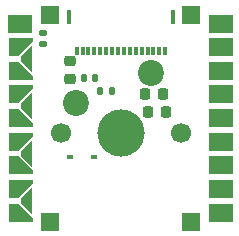
<source format=gbs>
%TF.GenerationSoftware,KiCad,Pcbnew,(6.0.1)*%
%TF.CreationDate,2022-01-27T11:35:44+01:00*%
%TF.ProjectId,poly_kb,706f6c79-5f6b-4622-9e6b-696361645f70,rev?*%
%TF.SameCoordinates,Original*%
%TF.FileFunction,Soldermask,Bot*%
%TF.FilePolarity,Negative*%
%FSLAX46Y46*%
G04 Gerber Fmt 4.6, Leading zero omitted, Abs format (unit mm)*
G04 Created by KiCad (PCBNEW (6.0.1)) date 2022-01-27 11:35:44*
%MOMM*%
%LPD*%
G01*
G04 APERTURE LIST*
G04 Aperture macros list*
%AMRoundRect*
0 Rectangle with rounded corners*
0 $1 Rounding radius*
0 $2 $3 $4 $5 $6 $7 $8 $9 X,Y pos of 4 corners*
0 Add a 4 corners polygon primitive as box body*
4,1,4,$2,$3,$4,$5,$6,$7,$8,$9,$2,$3,0*
0 Add four circle primitives for the rounded corners*
1,1,$1+$1,$2,$3*
1,1,$1+$1,$4,$5*
1,1,$1+$1,$6,$7*
1,1,$1+$1,$8,$9*
0 Add four rect primitives between the rounded corners*
20,1,$1+$1,$2,$3,$4,$5,0*
20,1,$1+$1,$4,$5,$6,$7,0*
20,1,$1+$1,$6,$7,$8,$9,0*
20,1,$1+$1,$8,$9,$2,$3,0*%
%AMFreePoly0*
4,1,6,0.750000,-1.500000,0.450000,-1.500000,-0.750000,-0.300000,-0.750000,0.500000,0.750000,0.500000,0.750000,-1.500000,0.750000,-1.500000,$1*%
%AMFreePoly1*
4,1,6,0.750000,-0.300000,-0.450000,-1.500000,-0.750000,-1.500000,-0.750000,0.500000,0.750000,0.500000,0.750000,-0.300000,0.750000,-0.300000,$1*%
%AMFreePoly2*
4,1,5,0.750000,-0.650000,0.250000,-0.650000,-0.650000,0.250000,1.650000,0.250000,0.750000,-0.650000,0.750000,-0.650000,$1*%
G04 Aperture macros list end*
%ADD10C,1.700000*%
%ADD11C,4.000000*%
%ADD12C,2.200000*%
%ADD13R,1.500000X1.500000*%
%ADD14RoundRect,0.225000X0.225000X0.250000X-0.225000X0.250000X-0.225000X-0.250000X0.225000X-0.250000X0*%
%ADD15RoundRect,0.225000X0.250000X-0.225000X0.250000X0.225000X-0.250000X0.225000X-0.250000X-0.225000X0*%
%ADD16RoundRect,0.140000X0.170000X-0.140000X0.170000X0.140000X-0.170000X0.140000X-0.170000X-0.140000X0*%
%ADD17RoundRect,0.140000X-0.140000X-0.170000X0.140000X-0.170000X0.140000X0.170000X-0.140000X0.170000X0*%
%ADD18R,0.600000X0.450000*%
%ADD19R,0.300000X1.150000*%
%ADD20R,0.300000X0.650000*%
%ADD21R,2.000000X1.500000*%
%ADD22FreePoly0,90.000000*%
%ADD23FreePoly1,90.000000*%
%ADD24FreePoly2,270.000000*%
G04 APERTURE END LIST*
D10*
%TO.C,SW1*%
X275590000Y-118110000D03*
D11*
X270510000Y-118110000D03*
D10*
X265430000Y-118110000D03*
D12*
X273050000Y-113030000D03*
X266700000Y-115570000D03*
%TD*%
D13*
%TO.C,J2*%
X276479000Y-108077000D03*
%TD*%
%TO.C,J8*%
X264541000Y-108077000D03*
%TD*%
%TO.C,J9*%
X276479000Y-125603000D03*
%TD*%
%TO.C,J7*%
X264541000Y-125603000D03*
%TD*%
D14*
%TO.C,C1*%
X274333000Y-116332000D03*
X272783000Y-116332000D03*
%TD*%
D15*
%TO.C,C2*%
X266192000Y-113551000D03*
X266192000Y-112001000D03*
%TD*%
D16*
%TO.C,C3*%
X263906000Y-110589000D03*
X263906000Y-109629000D03*
%TD*%
D14*
%TO.C,C4*%
X274079000Y-114808000D03*
X272529000Y-114808000D03*
%TD*%
D17*
%TO.C,C5*%
X267391000Y-113411000D03*
X268351000Y-113411000D03*
%TD*%
%TO.C,C6*%
X268760000Y-114554000D03*
X269720000Y-114554000D03*
%TD*%
D18*
%TO.C,D1*%
X268258000Y-120142000D03*
X266158000Y-120142000D03*
%TD*%
D19*
%TO.C,J1*%
X266125000Y-108315000D03*
X274895000Y-108315000D03*
D20*
X266760000Y-111125000D03*
X267260000Y-111125000D03*
X267760000Y-111125000D03*
X268260000Y-111125000D03*
X268760000Y-111125000D03*
X269260000Y-111125000D03*
X269760000Y-111125000D03*
X270260000Y-111125000D03*
X270760000Y-111125000D03*
X271260000Y-111125000D03*
X271760000Y-111125000D03*
X272260000Y-111125000D03*
X272760000Y-111125000D03*
X273260000Y-111125000D03*
X273760000Y-111125000D03*
X274260000Y-111125000D03*
%TD*%
D21*
%TO.C,J6*%
X279019000Y-108840000D03*
X279019000Y-110840000D03*
X279019000Y-112840000D03*
X279019000Y-114840000D03*
X279019000Y-116840000D03*
X279019000Y-118840000D03*
X279019000Y-120840000D03*
X279019000Y-122840000D03*
X279019000Y-124840000D03*
%TD*%
%TO.C,J5*%
X262001000Y-108840000D03*
D22*
X261501000Y-110840000D03*
D23*
X261501000Y-112840000D03*
D22*
X261501000Y-114840000D03*
D23*
X261501000Y-116840000D03*
D22*
X261501000Y-118840000D03*
D23*
X261501000Y-120840000D03*
D22*
X261501000Y-122840000D03*
D23*
X261501000Y-124840000D03*
D24*
X262751000Y-111340000D03*
X262751000Y-123340000D03*
X262751000Y-115340000D03*
X262751000Y-119340000D03*
%TD*%
M02*

</source>
